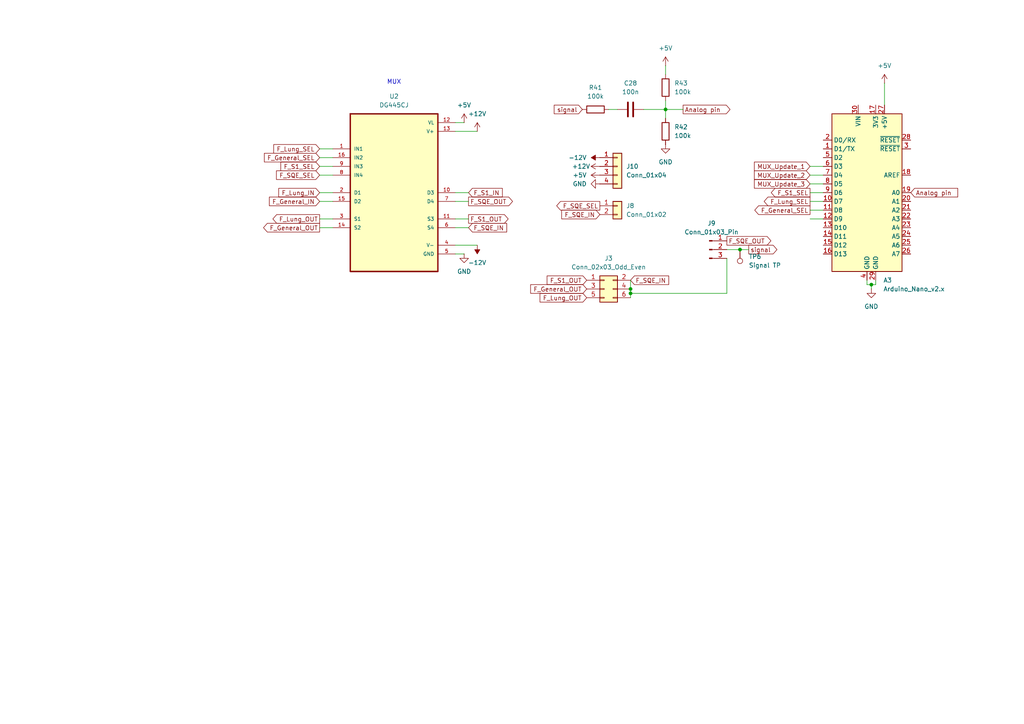
<source format=kicad_sch>
(kicad_sch (version 20231120) (generator "eeschema") (generator_version "8.0")
  (paper "A4")
  (lib_symbols
    (symbol "Connector:Conn_01x03_Pin" (pin_names (offset 1.016) hide)
      (property "Reference" "J" (at 0 5.08 0))
      (property "Value" "Conn_01x03_Pin" (at 0 -5.08 0))
      (symbol "Conn_01x03_Pin_1_1"
        (polyline (pts (xy 1.27 -2.54) (xy 0.8636 -2.54)) (stroke (width 0.1524)))
        (polyline (pts (xy 1.27 0) (xy 0.8636 0)) (stroke (width 0.1524)))
        (polyline (pts (xy 1.27 2.54) (xy 0.8636 2.54)) (stroke (width 0.1524)))
        (rectangle (start 0.8636 -2.413) (end 0 -2.667) (stroke (width 0.1524)) (fill (type outline)))
        (rectangle (start 0.8636 0.127) (end 0 -0.127) (stroke (width 0.1524)) (fill (type outline)))
        (rectangle (start 0.8636 2.667) (end 0 2.413) (stroke (width 0.1524)) (fill (type outline)))
        (pin passive line (at 5.08 2.54 180) (length 3.81) (name "Pin_1") (number "1"))
        (pin passive line (at 5.08 0 180) (length 3.81) (name "Pin_2") (number "2"))
        (pin passive line (at 5.08 -2.54 180) (length 3.81) (name "Pin_3") (number "3"))
      )
    )
    (symbol "Connector:TestPoint" (pin_numbers hide) (pin_names (offset 0.762) hide)
      (property "Reference" "TP" (at 0 6.858 0))
      (property "Value" "TestPoint" (at 0 5.08 0))
      (symbol "TestPoint_0_1"
        (circle (center 0 3.302) (radius 0.762))
      )
      (symbol "TestPoint_1_1"
        (pin passive line (at 0 0 90) (length 2.54) (name "1") (number "1"))
      )
    )
    (symbol "Connector_Generic:Conn_01x02" (pin_names (offset 1.016) hide)
      (property "Reference" "J" (at 0 2.54 0))
      (property "Value" "Conn_01x02" (at 0 -5.08 0))
      (symbol "Conn_01x02_1_1"
        (rectangle (start -1.27 -2.413) (end 0 -2.667) (stroke (width 0.1524)))
        (rectangle (start -1.27 0.127) (end 0 -0.127) (stroke (width 0.1524)))
        (rectangle (start -1.27 1.27) (end 1.27 -3.81) (stroke (width 0.254)) (fill (type background)))
        (pin passive line (at -5.08 0 0) (length 3.81) (name "Pin_1") (number "1"))
        (pin passive line (at -5.08 -2.54 0) (length 3.81) (name "Pin_2") (number "2"))
      )
    )
    (symbol "Connector_Generic:Conn_01x04" (pin_names (offset 1.016) hide)
      (property "Reference" "J" (at 0 5.08 0))
      (property "Value" "Conn_01x04" (at 0 -7.62 0))
      (symbol "Conn_01x04_1_1"
        (rectangle (start -1.27 -4.953) (end 0 -5.207) (stroke (width 0.1524)))
        (rectangle (start -1.27 -2.413) (end 0 -2.667) (stroke (width 0.1524)))
        (rectangle (start -1.27 0.127) (end 0 -0.127) (stroke (width 0.1524)))
        (rectangle (start -1.27 2.667) (end 0 2.413) (stroke (width 0.1524)))
        (rectangle (start -1.27 3.81) (end 1.27 -6.35) (stroke (width 0.254)) (fill (type background)))
        (pin passive line (at -5.08 2.54 0) (length 3.81) (name "Pin_1") (number "1"))
        (pin passive line (at -5.08 0 0) (length 3.81) (name "Pin_2") (number "2"))
        (pin passive line (at -5.08 -2.54 0) (length 3.81) (name "Pin_3") (number "3"))
        (pin passive line (at -5.08 -5.08 0) (length 3.81) (name "Pin_4") (number "4"))
      )
    )
    (symbol "Connector_Generic:Conn_02x03_Odd_Even" (pin_names (offset 1.016) hide)
      (property "Reference" "J" (at 1.27 5.08 0))
      (property "Value" "Conn_02x03_Odd_Even" (at 1.27 -5.08 0))
      (symbol "Conn_02x03_Odd_Even_1_1"
        (rectangle (start -1.27 -2.413) (end 0 -2.667) (stroke (width 0.1524)))
        (rectangle (start -1.27 0.127) (end 0 -0.127) (stroke (width 0.1524)))
        (rectangle (start -1.27 2.667) (end 0 2.413) (stroke (width 0.1524)))
        (rectangle (start -1.27 3.81) (end 3.81 -3.81) (stroke (width 0.254)) (fill (type background)))
        (rectangle (start 3.81 -2.413) (end 2.54 -2.667) (stroke (width 0.1524)))
        (rectangle (start 3.81 0.127) (end 2.54 -0.127) (stroke (width 0.1524)))
        (rectangle (start 3.81 2.667) (end 2.54 2.413) (stroke (width 0.1524)))
        (pin passive line (at -5.08 2.54 0) (length 3.81) (name "Pin_1") (number "1"))
        (pin passive line (at 7.62 2.54 180) (length 3.81) (name "Pin_2") (number "2"))
        (pin passive line (at -5.08 0 0) (length 3.81) (name "Pin_3") (number "3"))
        (pin passive line (at 7.62 0 180) (length 3.81) (name "Pin_4") (number "4"))
        (pin passive line (at -5.08 -2.54 0) (length 3.81) (name "Pin_5") (number "5"))
        (pin passive line (at 7.62 -2.54 180) (length 3.81) (name "Pin_6") (number "6"))
      )
    )
    (symbol "DG445CJ:DG445CJ" (pin_names (offset 1.016))
      (property "Reference" "U" (at -12.7 23.86 0))
      (property "Value" "DG445CJ" (at -12.7 -26.86 0))
      (symbol "DG445CJ_0_0"
        (rectangle (start -12.7 -22.86) (end 12.7 22.86) (stroke (width 0.41)) (fill (type background)))
        (pin input line (at -17.78 12.7 0) (length 5.08) (name "IN1") (number "1"))
        (pin bidirectional line (at 17.78 0 180) (length 5.08) (name "D3") (number "10"))
        (pin bidirectional line (at 17.78 -7.62 180) (length 5.08) (name "S3") (number "11"))
        (pin power_in line (at 17.78 20.32 180) (length 5.08) (name "VL") (number "12"))
        (pin power_in line (at 17.78 17.78 180) (length 5.08) (name "V+") (number "13"))
        (pin bidirectional line (at -17.78 -10.16 0) (length 5.08) (name "S2") (number "14"))
        (pin bidirectional line (at -17.78 -2.54 0) (length 5.08) (name "D2") (number "15"))
        (pin input line (at -17.78 10.16 0) (length 5.08) (name "IN2") (number "16"))
        (pin bidirectional line (at -17.78 0 0) (length 5.08) (name "D1") (number "2"))
        (pin bidirectional line (at -17.78 -7.62 0) (length 5.08) (name "S1") (number "3"))
        (pin power_in line (at 17.78 -15.24 180) (length 5.08) (name "V-") (number "4"))
        (pin power_in line (at 17.78 -17.78 180) (length 5.08) (name "GND") (number "5"))
        (pin bidirectional line (at 17.78 -10.16 180) (length 5.08) (name "S4") (number "6"))
        (pin bidirectional line (at 17.78 -2.54 180) (length 5.08) (name "D4") (number "7"))
        (pin input line (at -17.78 5.08 0) (length 5.08) (name "IN4") (number "8"))
        (pin input line (at -17.78 7.62 0) (length 5.08) (name "IN3") (number "9"))
      )
    )
    (symbol "Device:C" (pin_numbers hide) (pin_names (offset 0.254))
      (property "Reference" "C" (at 0.635 2.54 0))
      (property "Value" "C" (at 0.635 -2.54 0))
      (symbol "C_0_1"
        (polyline (pts (xy -2.032 -0.762) (xy 2.032 -0.762)) (stroke (width 0.508)))
        (polyline (pts (xy -2.032 0.762) (xy 2.032 0.762)) (stroke (width 0.508)))
      )
      (symbol "C_1_1"
        (pin passive line (at 0 3.81 270) (length 2.794) (name "~") (number "1"))
        (pin passive line (at 0 -3.81 90) (length 2.794) (name "~") (number "2"))
      )
    )
    (symbol "Device:R" (pin_numbers hide) (pin_names (offset 0))
      (property "Reference" "R" (at 2.032 0 90))
      (property "Value" "R" (at 0 0 90))
      (symbol "R_0_1"
        (rectangle (start -1.016 -2.54) (end 1.016 2.54) (stroke (width 0.254)))
      )
      (symbol "R_1_1"
        (pin passive line (at 0 3.81 270) (length 1.27) (name "~") (number "1"))
        (pin passive line (at 0 -3.81 90) (length 1.27) (name "~") (number "2"))
      )
    )
    (symbol "MCU_Module:Arduino_Nano_v2.x"
      (property "Reference" "A" (at -10.16 23.495 0))
      (property "Value" "Arduino_Nano_v2.x" (at 5.08 -24.13 0))
      (symbol "Arduino_Nano_v2.x_0_1"
        (rectangle (start -10.16 22.86) (end 10.16 -22.86) (stroke (width 0.254)) (fill (type background)))
      )
      (symbol "Arduino_Nano_v2.x_1_1"
        (pin bidirectional line (at -12.7 12.7 0) (length 2.54) (name "D1/TX") (number "1"))
        (pin bidirectional line (at -12.7 -2.54 0) (length 2.54) (name "D7") (number "10"))
        (pin bidirectional line (at -12.7 -5.08 0) (length 2.54) (name "D8") (number "11"))
        (pin bidirectional line (at -12.7 -7.62 0) (length 2.54) (name "D9") (number "12"))
        (pin bidirectional line (at -12.7 -10.16 0) (length 2.54) (name "D10") (number "13"))
        (pin bidirectional line (at -12.7 -12.7 0) (length 2.54) (name "D11") (number "14"))
        (pin bidirectional line (at -12.7 -15.24 0) (length 2.54) (name "D12") (number "15"))
        (pin bidirectional line (at -12.7 -17.78 0) (length 2.54) (name "D13") (number "16"))
        (pin power_out line (at 2.54 25.4 270) (length 2.54) (name "3V3") (number "17"))
        (pin input line (at 12.7 5.08 180) (length 2.54) (name "AREF") (number "18"))
        (pin bidirectional line (at 12.7 0 180) (length 2.54) (name "A0") (number "19"))
        (pin bidirectional line (at -12.7 15.24 0) (length 2.54) (name "D0/RX") (number "2"))
        (pin bidirectional line (at 12.7 -2.54 180) (length 2.54) (name "A1") (number "20"))
        (pin bidirectional line (at 12.7 -5.08 180) (length 2.54) (name "A2") (number "21"))
        (pin bidirectional line (at 12.7 -7.62 180) (length 2.54) (name "A3") (number "22"))
        (pin bidirectional line (at 12.7 -10.16 180) (length 2.54) (name "A4") (number "23"))
        (pin bidirectional line (at 12.7 -12.7 180) (length 2.54) (name "A5") (number "24"))
        (pin bidirectional line (at 12.7 -15.24 180) (length 2.54) (name "A6") (number "25"))
        (pin bidirectional line (at 12.7 -17.78 180) (length 2.54) (name "A7") (number "26"))
        (pin power_out line (at 5.08 25.4 270) (length 2.54) (name "+5V") (number "27"))
        (pin input line (at 12.7 15.24 180) (length 2.54) (name "~{RESET}") (number "28"))
        (pin power_in line (at 2.54 -25.4 90) (length 2.54) (name "GND") (number "29"))
        (pin input line (at 12.7 12.7 180) (length 2.54) (name "~{RESET}") (number "3"))
        (pin power_in line (at -2.54 25.4 270) (length 2.54) (name "VIN") (number "30"))
        (pin power_in line (at 0 -25.4 90) (length 2.54) (name "GND") (number "4"))
        (pin bidirectional line (at -12.7 10.16 0) (length 2.54) (name "D2") (number "5"))
        (pin bidirectional line (at -12.7 7.62 0) (length 2.54) (name "D3") (number "6"))
        (pin bidirectional line (at -12.7 5.08 0) (length 2.54) (name "D4") (number "7"))
        (pin bidirectional line (at -12.7 2.54 0) (length 2.54) (name "D5") (number "8"))
        (pin bidirectional line (at -12.7 0 0) (length 2.54) (name "D6") (number "9"))
      )
    )
    (symbol "power:+12V" (power) (pin_numbers hide) (pin_names (offset 0) hide)
      (property "Value" "+12V" (at 0 3.556 0))
      (symbol "+12V_0_1"
        (polyline (pts (xy -0.762 1.27) (xy 0 2.54)))
        (polyline (pts (xy 0 0) (xy 0 2.54)))
        (polyline (pts (xy 0 2.54) (xy 0.762 1.27)))
      )
      (symbol "+12V_1_1"
        (pin power_in line (at 0 0 90) (length 0) (name "~") (number "1"))
      )
    )
    (symbol "power:+5V" (power) (pin_numbers hide) (pin_names (offset 0) hide)
      (property "Value" "+5V" (at 0 3.556 0))
      (symbol "+5V_0_1"
        (polyline (pts (xy -0.762 1.27) (xy 0 2.54)))
        (polyline (pts (xy 0 0) (xy 0 2.54)))
        (polyline (pts (xy 0 2.54) (xy 0.762 1.27)))
      )
      (symbol "+5V_1_1"
        (pin power_in line (at 0 0 90) (length 0) (name "~") (number "1"))
      )
    )
    (symbol "power:-12V" (power) (pin_numbers hide) (pin_names (offset 0) hide)
      (property "Value" "-12V" (at 0 3.556 0))
      (symbol "-12V_0_0"
        (pin power_in line (at 0 0 90) (length 0) (name "~") (number "1"))
      )
      (symbol "-12V_0_1"
        (polyline (pts (xy 0 0) (xy 0 1.27) (xy 0.762 1.27) (xy 0 2.54) (xy -0.762 1.27) (xy 0 1.27)) (fill (type outline)))
      )
    )
    (symbol "power:GND" (power) (pin_numbers hide) (pin_names (offset 0) hide)
      (property "Value" "GND" (at 0 -3.81 0))
      (symbol "GND_0_1"
        (polyline (pts (xy 0 0) (xy 0 -1.27) (xy 1.27 -1.27) (xy 0 -2.54) (xy -1.27 -1.27) (xy 0 -1.27)))
      )
      (symbol "GND_1_1"
        (pin power_in line (at 0 0 270) (length 0) (name "~") (number "1"))
      )
    )
  )
  (junction (at 193.04 31.75))
  (junction (at 182.88 83.82))
  (junction (at 214.63 72.39))
  (junction (at 252.73 82.55))
  (junction (at 182.88 85.09))
  (wire (pts (xy 182.88 85.09) (xy 182.88 86.36)))
  (wire (pts (xy 132.08 58.42) (xy 135.89 58.42)))
  (wire (pts (xy 92.71 63.5) (xy 96.52 63.5)))
  (wire (pts (xy 193.04 29.21) (xy 193.04 31.75)))
  (wire (pts (xy 92.71 55.88) (xy 96.52 55.88)))
  (wire (pts (xy 132.08 55.88) (xy 135.89 55.88)))
  (wire (pts (xy 193.04 19.05) (xy 193.04 21.59)))
  (wire (pts (xy 92.71 43.18) (xy 96.52 43.18)))
  (wire (pts (xy 234.95 50.8) (xy 238.76 50.8)))
  (wire (pts (xy 210.82 72.39) (xy 214.63 72.39)))
  (wire (pts (xy 92.71 66.04) (xy 96.52 66.04)))
  (wire (pts (xy 132.08 35.56) (xy 134.62 35.56)))
  (wire (pts (xy 234.95 55.88) (xy 238.76 55.88)))
  (wire (pts (xy 251.46 81.28) (xy 251.46 82.55)))
  (wire (pts (xy 252.73 82.55) (xy 251.46 82.55)))
  (wire (pts (xy 182.88 81.28) (xy 182.88 83.82)))
  (wire (pts (xy 132.08 73.66) (xy 134.62 73.66)))
  (wire (pts (xy 176.53 31.75) (xy 179.07 31.75)))
  (wire (pts (xy 132.08 71.12) (xy 138.43 71.12)))
  (wire (pts (xy 92.71 45.72) (xy 96.52 45.72)))
  (wire (pts (xy 92.71 50.8) (xy 96.52 50.8)))
  (wire (pts (xy 182.88 83.82) (xy 182.88 85.09)))
  (wire (pts (xy 92.71 48.26) (xy 96.52 48.26)))
  (wire (pts (xy 92.71 58.42) (xy 96.52 58.42)))
  (wire (pts (xy 234.95 63.5) (xy 238.76 63.5)))
  (wire (pts (xy 193.04 31.75) (xy 193.04 34.29)))
  (wire (pts (xy 252.73 83.82) (xy 252.73 82.55)))
  (wire (pts (xy 210.82 74.93) (xy 210.82 85.09)))
  (wire (pts (xy 132.08 66.04) (xy 135.89 66.04)))
  (wire (pts (xy 132.08 63.5) (xy 135.89 63.5)))
  (wire (pts (xy 256.54 24.13) (xy 256.54 30.48)))
  (wire (pts (xy 234.95 58.42) (xy 238.76 58.42)))
  (wire (pts (xy 254 81.28) (xy 254 82.55)))
  (wire (pts (xy 234.95 53.34) (xy 238.76 53.34)))
  (wire (pts (xy 182.88 85.09) (xy 210.82 85.09)))
  (wire (pts (xy 214.63 72.39) (xy 217.17 72.39)))
  (wire (pts (xy 132.08 38.1) (xy 138.43 38.1)))
  (wire (pts (xy 234.95 48.26) (xy 238.76 48.26)))
  (wire (pts (xy 193.04 31.75) (xy 198.12 31.75)))
  (wire (pts (xy 234.95 60.96) (xy 238.76 60.96)))
  (wire (pts (xy 252.73 82.55) (xy 254 82.55)))
  (wire (pts (xy 186.69 31.75) (xy 193.04 31.75)))
  (text "MUX" (at 114.3 23.876 0) (effects (font (size 1.27 1.27))))
  (global_label "F_Lung_SEL" (shape output) (at 234.95 58.42 180) (property "Intersheetrefs" "${INTERSHEET_REFS}" (effects (hide yes))))
  (global_label "F_S1_SEL" (shape input) (at 92.71 48.26 180) (property "Intersheetrefs" "${INTERSHEET_REFS}" (effects (hide yes))))
  (global_label "F_General_SEL" (shape input) (at 92.71 45.72 180) (property "Intersheetrefs" "${INTERSHEET_REFS}" (effects (hide yes))))
  (global_label "F_SQE_SEL" (shape input) (at 92.71 50.8 180) (property "Intersheetrefs" "${INTERSHEET_REFS}" (effects (hide yes))))
  (global_label "F_S1_IN" (shape input) (at 135.89 55.88 0) (property "Intersheetrefs" "${INTERSHEET_REFS}" (effects (hide yes))))
  (global_label "F_Lung_SEL" (shape input) (at 92.71 43.18 180) (property "Intersheetrefs" "${INTERSHEET_REFS}" (effects (hide yes))))
  (global_label "F_S1_OUT" (shape output) (at 135.89 63.5 0) (property "Intersheetrefs" "${INTERSHEET_REFS}" (effects (hide yes))))
  (global_label "F_S1_OUT" (shape input) (at 170.18 81.28 180) (property "Intersheetrefs" "${INTERSHEET_REFS}" (effects (hide yes))))
  (global_label "Analog pin " (shape output) (at 198.12 31.75 0) (property "Intersheetrefs" "${INTERSHEET_REFS}" (effects (hide yes))))
  (global_label "F_SQE_SEL" (shape output) (at 173.99 59.69 180) (property "Intersheetrefs" "${INTERSHEET_REFS}" (effects (hide yes))))
  (global_label "F_SQE_OUT" (shape output) (at 135.89 58.42 0) (property "Intersheetrefs" "${INTERSHEET_REFS}" (effects (hide yes))))
  (global_label "F_Lung_IN" (shape input) (at 92.71 55.88 180) (property "Intersheetrefs" "${INTERSHEET_REFS}" (effects (hide yes))))
  (global_label "F_General_SEL" (shape output) (at 234.95 60.96 180) (property "Intersheetrefs" "${INTERSHEET_REFS}" (effects (hide yes))))
  (global_label "F_SQE_OUT" (shape output) (at 210.82 69.85 0) (property "Intersheetrefs" "${INTERSHEET_REFS}" (effects (hide yes))))
  (global_label "Analog pin " (shape input) (at 264.16 55.88 0) (property "Intersheetrefs" "${INTERSHEET_REFS}" (effects (hide yes))))
  (global_label "F_SQE_IN" (shape input) (at 173.99 62.23 180) (property "Intersheetrefs" "${INTERSHEET_REFS}" (effects (hide yes))))
  (global_label "F_Lung_OUT" (shape output) (at 92.71 63.5 180) (property "Intersheetrefs" "${INTERSHEET_REFS}" (effects (hide yes))))
  (global_label "F_General_IN" (shape input) (at 92.71 58.42 180) (property "Intersheetrefs" "${INTERSHEET_REFS}" (effects (hide yes))))
  (global_label "MUX_Update_2" (shape input) (at 234.95 50.8 180) (property "Intersheetrefs" "${INTERSHEET_REFS}" (effects (hide yes))))
  (global_label "F_SQE_IN" (shape input) (at 182.88 81.28 0) (property "Intersheetrefs" "${INTERSHEET_REFS}" (effects (hide yes))))
  (global_label "MUX_Update_3" (shape input) (at 234.95 53.34 180) (property "Intersheetrefs" "${INTERSHEET_REFS}" (effects (hide yes))))
  (global_label "F_SQE_IN" (shape input) (at 135.89 66.04 0) (property "Intersheetrefs" "${INTERSHEET_REFS}" (effects (hide yes))))
  (global_label "F_General_OUT" (shape output) (at 92.71 66.04 180) (property "Intersheetrefs" "${INTERSHEET_REFS}" (effects (hide yes))))
  (global_label "signal" (shape output) (at 217.17 72.39 0) (property "Intersheetrefs" "${INTERSHEET_REFS}" (effects (hide yes))))
  (global_label "F_S1_SEL" (shape output) (at 234.95 55.88 180) (property "Intersheetrefs" "${INTERSHEET_REFS}" (effects (hide yes))))
  (global_label "F_Lung_OUT" (shape input) (at 170.18 86.36 180) (property "Intersheetrefs" "${INTERSHEET_REFS}" (effects (hide yes))))
  (global_label "F_General_OUT" (shape input) (at 170.18 83.82 180) (property "Intersheetrefs" "${INTERSHEET_REFS}" (effects (hide yes))))
  (global_label "signal" (shape input) (at 168.91 31.75 180) (property "Intersheetrefs" "${INTERSHEET_REFS}" (effects (hide yes))))
  (global_label "MUX_Update_1" (shape input) (at 234.95 48.26 180) (property "Intersheetrefs" "${INTERSHEET_REFS}" (effects (hide yes))))
  (symbol (lib_id "Device:R") (at 172.72 31.75 90) (unit 1)
    (property "Reference" "R41" (at 172.72 25.4 90))
    (property "Value" "100k" (at 172.72 27.94 90))
    (property "Footprint" "Resistor_THT:R_Axial_DIN0207_L6.3mm_D2.5mm_P10.16mm_Horizontal" (effects (hide yes)))
    (property "Description" "Resistor" (effects (hide yes)))
  )
  (symbol (lib_id "power:GND") (at 134.62 73.66 0) (unit 1)
    (property "Reference" "#PWR049" (effects (hide yes)))
    (property "Value" "GND" (at 134.62 78.74 0))
    (property "Description" "Power symbol creates a global label with name \"GND\" , ground" (effects (hide yes)))
  )
  (symbol (lib_id "power:-12V") (at 173.99 45.72 90) (unit 1)
    (property "Reference" "#PWR026" (effects (hide yes)))
    (property "Value" "-12V" (at 170.18 45.7199 90) (effects (justify left)))
    (property "Description" "Power symbol creates a global label with name \"-12V\"" (effects (hide yes)))
  )
  (symbol (lib_id "power:+5V") (at 193.04 19.05 0) (unit 1)
    (property "Reference" "#PWR08" (effects (hide yes)))
    (property "Value" "+5V" (at 193.04 13.97 0))
    (property "Description" "Power symbol creates a global label with name \"+5V\"" (effects (hide yes)))
  )
  (symbol (lib_id "power:+5V") (at 256.54 24.13 0) (unit 1)
    (property "Reference" "#PWR055" (effects (hide yes)))
    (property "Value" "+5V" (at 256.54 19.05 0))
    (property "Description" "Power symbol creates a global label with name \"+5V\"" (effects (hide yes)))
  )
  (symbol (lib_id "Device:R") (at 193.04 25.4 0) (unit 1)
    (property "Reference" "R43" (at 195.58 24.1299 0) (effects (justify left)))
    (property "Value" "100k" (at 195.58 26.6699 0) (effects (justify left)))
    (property "Footprint" "Resistor_THT:R_Axial_DIN0207_L6.3mm_D2.5mm_P10.16mm_Horizontal" (effects (hide yes)))
    (property "Description" "Resistor" (effects (hide yes)))
  )
  (symbol (lib_id "power:GND") (at 252.73 83.82 0) (unit 1)
    (property "Reference" "#PWR054" (effects (hide yes)))
    (property "Value" "GND" (at 252.73 88.9 0))
    (property "Description" "Power symbol creates a global label with name \"GND\" , ground" (effects (hide yes)))
  )
  (symbol (lib_id "Connector_Generic:Conn_01x02") (at 179.07 59.69 0) (unit 1)
    (property "Reference" "J8" (at 181.61 59.6899 0) (effects (justify left)))
    (property "Value" "Conn_01x02" (at 181.61 62.2299 0) (effects (justify left)))
    (property "Footprint" "Connector_PinHeader_2.54mm:PinHeader_1x02_P2.54mm_Vertical" (effects (hide yes)))
    (property "Description" "Generic connector, single row, 01x02, script generated (kicad-library-utils/schlib/autogen/connector/)" (effects (hide yes)))
  )
  (symbol (lib_id "power:+12V") (at 173.99 48.26 90) (unit 1)
    (property "Reference" "#PWR023" (effects (hide yes)))
    (property "Value" "+12V" (at 171.196 48.26 90) (effects (justify left)))
    (property "Description" "Power symbol creates a global label with name \"+12V\"" (effects (hide yes)))
  )
  (symbol (lib_id "DG445CJ:DG445CJ") (at 114.3 55.88 0) (unit 1)
    (property "Reference" "U2" (at 114.3 27.94 0))
    (property "Value" "DG445CJ" (at 114.3 30.48 0))
    (property "Footprint" "DG445CJ:DIP794W47P254L1943H457Q16" (effects (hide yes)))
    (property "MF" "Analog Devices" (effects (hide yes)))
    (property "Description_1" "\n4 Circuit IC Switch 1:1 85Ohm 16-PDIP\n" (effects (hide yes)))
    (property "Package" "DIP-16 Intersil" (effects (hide yes)))
    (property "Price" "None" (effects (hide yes)))
    (property "SnapEDA_Link" "https://www.snapeda.com/parts/DG445CJ/Analog+Devices/view-part/?ref=snap" (effects (hide yes)))
    (property "MP" "DG445CJ" (effects (hide yes)))
    (property "Purchase-URL" "https://www.snapeda.com/api/url_track_click_mouser/?unipart_id=5832316&manufacturer=Analog Devices&part_name=DG445CJ&search_term=dg445" (effects (hide yes)))
    (property "Availability" "In Stock" (effects (hide yes)))
    (property "Check_prices" "https://www.snapeda.com/parts/DG445CJ/Analog+Devices/view-part/?ref=eda" (effects (hide yes)))
  )
  (symbol (lib_id "Connector:TestPoint") (at 214.63 72.39 180) (unit 1)
    (property "Reference" "TP6" (at 217.17 74.4219 0) (effects (justify right)))
    (property "Value" "Signal TP" (at 217.17 76.9619 0) (effects (justify right)))
    (property "Footprint" "Connector_PinHeader_2.54mm:PinHeader_1x01_P2.54mm_Vertical" (effects (hide yes)))
    (property "Description" "test point" (effects (hide yes)))
  )
  (symbol (lib_id "Device:C") (at 182.88 31.75 90) (unit 1)
    (property "Reference" "C28" (at 182.88 24.13 90))
    (property "Value" "100n" (at 182.88 26.67 90))
    (property "Footprint" "Capacitor_THT:C_Disc_D7.0mm_W2.5mm_P5.00mm" (effects (hide yes)))
    (property "Description" "Unpolarized capacitor" (effects (hide yes)))
  )
  (symbol (lib_id "power:-12V") (at 138.43 71.12 180) (unit 1)
    (property "Reference" "#PWR051" (effects (hide yes)))
    (property "Value" "-12V" (at 138.43 76.2 0))
    (property "Description" "Power symbol creates a global label with name \"-12V\"" (effects (hide yes)))
  )
  (symbol (lib_id "Device:R") (at 193.04 38.1 0) (unit 1)
    (property "Reference" "R42" (at 195.58 36.8299 0) (effects (justify left)))
    (property "Value" "100k" (at 195.58 39.3699 0) (effects (justify left)))
    (property "Footprint" "Resistor_THT:R_Axial_DIN0207_L6.3mm_D2.5mm_P10.16mm_Horizontal" (effects (hide yes)))
    (property "Description" "Resistor" (effects (hide yes)))
  )
  (symbol (lib_id "Connector:Conn_01x03_Pin") (at 205.74 72.39 0) (unit 1)
    (property "Reference" "J9" (at 206.375 64.77 0))
    (property "Value" "Conn_01x03_Pin" (at 206.375 67.31 0))
    (property "Footprint" "Connector_PinHeader_2.54mm:PinHeader_1x03_P2.54mm_Vertical" (effects (hide yes)))
    (property "Description" "Generic connector, single row, 01x03, script generated" (effects (hide yes)))
  )
  (symbol (lib_id "MCU_Module:Arduino_Nano_v2.x") (at 251.46 55.88 0) (unit 1)
    (property "Reference" "A3" (at 256.1941 81.28 0) (effects (justify left)))
    (property "Value" "Arduino_Nano_v2.x" (at 256.1941 83.82 0) (effects (justify left)))
    (property "Footprint" "Module:Arduino_Nano" (effects (hide yes)))
    (property "Datasheet" "https://www.arduino.cc/en/uploads/Main/ArduinoNanoManual23.pdf" (effects (hide yes)))
    (property "Description" "Arduino Nano v2.x" (effects (hide yes)))
  )
  (symbol (lib_id "Connector_Generic:Conn_02x03_Odd_Even") (at 175.26 83.82 0) (unit 1)
    (property "Reference" "J3" (at 176.53 74.93 0))
    (property "Value" "Conn_02x03_Odd_Even" (at 176.53 77.47 0))
    (property "Footprint" "Connector_PinHeader_2.54mm:PinHeader_2x03_P2.54mm_Vertical" (effects (hide yes)))
    (property "Description" "Generic connector, double row, 02x03, odd/even pin numbering scheme (row 1 odd numbers, row 2 even numbers), script generated (kicad-library-utils/schlib/autogen/connector/)" (effects (hide yes)))
  )
  (symbol (lib_id "Connector_Generic:Conn_01x04") (at 179.07 48.26 0) (unit 1)
    (property "Reference" "J10" (at 181.61 48.2599 0) (effects (justify left)))
    (property "Value" "Conn_01x04" (at 181.61 50.7999 0) (effects (justify left)))
    (property "Footprint" "Connector_PinHeader_2.54mm:PinHeader_1x04_P2.54mm_Vertical" (effects (hide yes)))
    (property "Description" "Generic connector, single row, 01x04, script generated (kicad-library-utils/schlib/autogen/connector/)" (effects (hide yes)))
  )
  (symbol (lib_id "power:GND") (at 193.04 41.91 0) (unit 1)
    (property "Reference" "#PWR06" (effects (hide yes)))
    (property "Value" "GND" (at 193.04 46.99 0))
    (property "Description" "Power symbol creates a global label with name \"GND\" , ground" (effects (hide yes)))
  )
  (symbol (lib_id "power:+5V") (at 173.99 50.8 90) (unit 1)
    (property "Reference" "#PWR024" (effects (hide yes)))
    (property "Value" "+5V" (at 170.18 50.7999 90) (effects (justify left)))
    (property "Description" "Power symbol creates a global label with name \"+5V\"" (effects (hide yes)))
  )
  (symbol (lib_id "power:+5V") (at 134.62 35.56 0) (unit 1)
    (property "Reference" "#PWR048" (effects (hide yes)))
    (property "Value" "+5V" (at 134.62 30.48 0))
    (property "Description" "Power symbol creates a global label with name \"+5V\"" (effects (hide yes)))
  )
  (symbol (lib_id "power:+12V") (at 138.43 38.1 0) (unit 1)
    (property "Reference" "#PWR050" (effects (hide yes)))
    (property "Value" "+12V" (at 138.43 33.02 0))
    (property "Description" "Power symbol creates a global label with name \"+12V\"" (effects (hide yes)))
  )
  (symbol (lib_id "power:GND") (at 173.99 53.34 270) (unit 1)
    (property "Reference" "#PWR029" (effects (hide yes)))
    (property "Value" "GND" (at 170.18 53.3399 90) (effects (justify right)))
    (property "Description" "Power symbol creates a global label with name \"GND\" , ground" (effects (hide yes)))
  )
)
</source>
